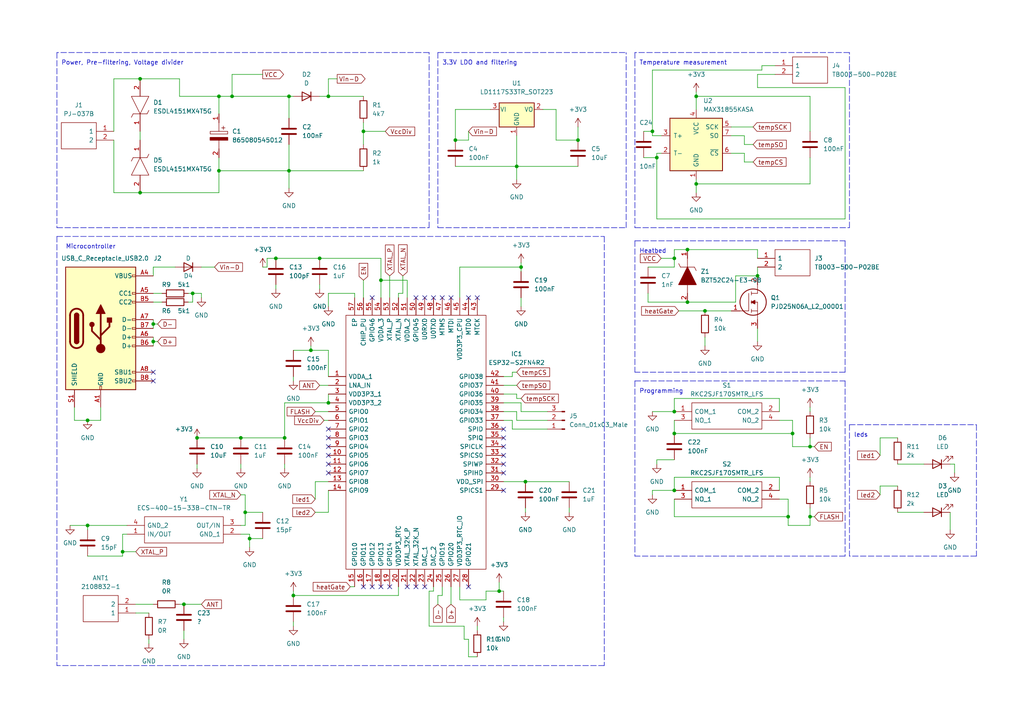
<source format=kicad_sch>
(kicad_sch (version 20211123) (generator eeschema)
  (paper "A4")
  (junction (at 229.87 125.73))
  (junction (at 35.56 160.02))
  (junction (at 105.41 38.1))
  (junction (at 71.12 148.59))
  (junction (at 57.15 127))
  (junction (at 44.45 99.06))
  (junction (at 110.49 81.28))
  (junction (at 201.93 27.94))
  (junction (at 144.78 171.45))
  (junction (at 151.13 77.47))
  (junction (at 53.34 175.26))
  (junction (at 132.08 40.64))
  (junction (at 82.55 127))
  (junction (at 80.01 74.93))
  (junction (at 40.64 55.88))
  (junction (at 190.5 45.72))
  (junction (at 83.82 49.53))
  (junction (at 63.5 27.94))
  (junction (at 25.4 152.4))
  (junction (at 195.58 142.24))
  (junction (at 149.86 48.26))
  (junction (at 195.58 74.93))
  (junction (at 199.39 87.63))
  (junction (at 228.6 149.86))
  (junction (at 44.45 93.98))
  (junction (at 152.4 139.7))
  (junction (at 63.5 49.53))
  (junction (at 72.39 156.21))
  (junction (at 83.82 27.94))
  (junction (at 234.95 149.86))
  (junction (at 95.25 116.84))
  (junction (at 204.47 90.17))
  (junction (at 55.88 85.09))
  (junction (at 201.93 53.34))
  (junction (at 95.25 27.94))
  (junction (at 67.31 27.94))
  (junction (at 90.17 101.6))
  (junction (at 40.64 22.86))
  (junction (at 219.71 80.01))
  (junction (at 167.64 40.64))
  (junction (at 195.58 119.38))
  (junction (at 195.58 125.73))
  (junction (at 85.09 172.72))
  (junction (at 199.39 72.39))
  (junction (at 69.85 127))
  (junction (at 234.95 129.54))
  (junction (at 92.71 74.93))
  (junction (at 25.4 121.92))
  (junction (at 189.23 38.1))
  (no_connect (at 135.89 170.18))
  (no_connect (at 120.65 170.18))
  (no_connect (at 118.11 170.18))
  (no_connect (at 107.95 86.36))
  (no_connect (at 135.89 86.36))
  (no_connect (at 130.81 86.36))
  (no_connect (at 128.27 86.36))
  (no_connect (at 125.73 86.36))
  (no_connect (at 123.19 86.36))
  (no_connect (at 120.65 86.36))
  (no_connect (at 138.43 86.36))
  (no_connect (at 95.25 124.46))
  (no_connect (at 95.25 127))
  (no_connect (at 95.25 129.54))
  (no_connect (at 95.25 132.08))
  (no_connect (at 95.25 134.62))
  (no_connect (at 95.25 137.16))
  (no_connect (at 110.49 170.18))
  (no_connect (at 113.03 170.18))
  (no_connect (at 123.19 170.18))
  (no_connect (at 107.95 170.18))
  (no_connect (at 105.41 170.18))
  (no_connect (at 146.05 124.46))
  (no_connect (at 146.05 127))
  (no_connect (at 146.05 129.54))
  (no_connect (at 146.05 132.08))
  (no_connect (at 146.05 134.62))
  (no_connect (at 146.05 137.16))
  (no_connect (at 146.05 142.24))
  (no_connect (at 44.45 110.49))
  (no_connect (at 44.45 107.95))
  (wire (pts (xy 133.35 86.36) (xy 133.35 77.47)))
  (wire (pts (xy 195.58 133.35) (xy 190.5 133.35)))
  (wire (pts (xy 44.45 93.98) (xy 44.45 95.25)))
  (wire (pts (xy 229.87 125.73) (xy 229.87 121.92)))
  (wire (pts (xy 110.49 81.28) (xy 110.49 74.93)))
  (wire (pts (xy 195.58 125.73) (xy 229.87 125.73)))
  (wire (pts (xy 149.86 114.3) (xy 149.86 115.57)))
  (wire (pts (xy 105.41 38.1) (xy 105.41 41.91)))
  (wire (pts (xy 58.42 85.09) (xy 58.42 86.36)))
  (wire (pts (xy 113.03 80.01) (xy 113.03 86.36)))
  (wire (pts (xy 92.71 74.93) (xy 110.49 74.93)))
  (wire (pts (xy 229.87 121.92) (xy 226.06 121.92)))
  (wire (pts (xy 63.5 45.72) (xy 63.5 49.53)))
  (wire (pts (xy 72.39 156.21) (xy 72.39 154.94)))
  (wire (pts (xy 44.45 77.47) (xy 44.45 80.01)))
  (wire (pts (xy 33.02 22.86) (xy 33.02 38.1)))
  (wire (pts (xy 54.61 87.63) (xy 55.88 87.63)))
  (wire (pts (xy 204.47 97.79) (xy 204.47 100.33)))
  (polyline (pts (xy 175.26 68.58) (xy 175.26 193.04)))
  (polyline (pts (xy 184.15 66.04) (xy 246.38 66.04)))
  (polyline (pts (xy 283.21 123.19) (xy 283.21 161.29)))
  (wire (pts (xy 35.56 154.94) (xy 36.83 154.94)))
  (wire (pts (xy 195.58 138.43) (xy 195.58 142.24)))
  (wire (pts (xy 149.86 119.38) (xy 149.86 121.92)))
  (wire (pts (xy 63.5 27.94) (xy 63.5 33.02)))
  (wire (pts (xy 133.35 173.99) (xy 140.97 173.99)))
  (wire (pts (xy 195.58 115.57) (xy 195.58 119.38)))
  (polyline (pts (xy 181.61 66.04) (xy 181.61 15.24)))
  (wire (pts (xy 234.95 129.54) (xy 236.22 129.54)))
  (wire (pts (xy 125.73 171.45) (xy 125.73 170.18)))
  (wire (pts (xy 195.58 144.78) (xy 195.58 149.86)))
  (wire (pts (xy 130.81 170.18) (xy 130.81 175.26)))
  (wire (pts (xy 72.39 158.75) (xy 72.39 156.21)))
  (wire (pts (xy 69.85 143.51) (xy 71.12 143.51)))
  (wire (pts (xy 102.87 85.09) (xy 95.25 85.09)))
  (wire (pts (xy 55.88 87.63) (xy 55.88 85.09)))
  (wire (pts (xy 219.71 72.39) (xy 219.71 74.93)))
  (wire (pts (xy 69.85 134.62) (xy 69.85 135.89)))
  (wire (pts (xy 158.75 119.38) (xy 151.13 119.38)))
  (wire (pts (xy 215.9 46.99) (xy 218.44 46.99)))
  (wire (pts (xy 149.86 111.76) (xy 146.05 111.76)))
  (wire (pts (xy 142.24 31.75) (xy 132.08 31.75)))
  (wire (pts (xy 276.86 137.16) (xy 276.86 134.62)))
  (wire (pts (xy 58.42 77.47) (xy 62.23 77.47)))
  (wire (pts (xy 190.5 133.35) (xy 190.5 134.62)))
  (wire (pts (xy 189.23 119.38) (xy 195.58 119.38)))
  (wire (pts (xy 234.95 138.43) (xy 234.95 139.7)))
  (wire (pts (xy 234.95 38.1) (xy 234.95 27.94)))
  (wire (pts (xy 146.05 139.7) (xy 152.4 139.7)))
  (wire (pts (xy 186.69 45.72) (xy 190.5 45.72)))
  (wire (pts (xy 196.85 90.17) (xy 204.47 90.17)))
  (wire (pts (xy 152.4 147.32) (xy 152.4 148.59)))
  (wire (pts (xy 80.01 82.55) (xy 80.01 83.82)))
  (wire (pts (xy 219.71 77.47) (xy 219.71 80.01)))
  (wire (pts (xy 151.13 76.2) (xy 151.13 77.47)))
  (wire (pts (xy 116.84 80.01) (xy 116.84 85.09)))
  (wire (pts (xy 33.02 55.88) (xy 40.64 55.88)))
  (wire (pts (xy 226.06 142.24) (xy 226.06 138.43)))
  (wire (pts (xy 85.09 109.22) (xy 85.09 110.49)))
  (wire (pts (xy 118.11 81.28) (xy 110.49 81.28)))
  (wire (pts (xy 44.45 87.63) (xy 46.99 87.63)))
  (polyline (pts (xy 246.38 15.24) (xy 184.15 15.24)))
  (wire (pts (xy 95.25 85.09) (xy 95.25 88.9)))
  (wire (pts (xy 190.5 63.5) (xy 245.11 63.5)))
  (wire (pts (xy 63.5 49.53) (xy 83.82 49.53)))
  (wire (pts (xy 260.35 127) (xy 255.27 127)))
  (wire (pts (xy 77.47 74.93) (xy 77.47 77.47)))
  (wire (pts (xy 234.95 53.34) (xy 234.95 45.72)))
  (wire (pts (xy 67.31 27.94) (xy 83.82 27.94)))
  (wire (pts (xy 187.96 87.63) (xy 199.39 87.63)))
  (wire (pts (xy 234.95 118.11) (xy 234.95 119.38)))
  (wire (pts (xy 25.4 161.29) (xy 35.56 161.29)))
  (polyline (pts (xy 124.46 15.24) (xy 16.51 15.24)))
  (wire (pts (xy 234.95 149.86) (xy 234.95 152.4)))
  (wire (pts (xy 234.95 147.32) (xy 234.95 149.86)))
  (wire (pts (xy 115.57 172.72) (xy 85.09 172.72)))
  (wire (pts (xy 71.12 148.59) (xy 76.2 148.59)))
  (wire (pts (xy 189.23 20.32) (xy 189.23 38.1)))
  (wire (pts (xy 69.85 127) (xy 82.55 127)))
  (wire (pts (xy 186.69 38.1) (xy 189.23 38.1)))
  (wire (pts (xy 219.71 95.25) (xy 219.71 99.06)))
  (wire (pts (xy 187.96 77.47) (xy 195.58 77.47)))
  (wire (pts (xy 151.13 77.47) (xy 151.13 78.74)))
  (wire (pts (xy 161.29 40.64) (xy 167.64 40.64)))
  (wire (pts (xy 148.59 107.95) (xy 148.59 109.22)))
  (wire (pts (xy 245.11 25.4) (xy 219.71 25.4)))
  (wire (pts (xy 135.89 185.42) (xy 134.62 185.42)))
  (wire (pts (xy 199.39 72.39) (xy 219.71 72.39)))
  (wire (pts (xy 95.25 116.84) (xy 82.55 116.84)))
  (wire (pts (xy 95.25 101.6) (xy 90.17 101.6)))
  (wire (pts (xy 165.1 147.32) (xy 165.1 148.59)))
  (wire (pts (xy 63.5 27.94) (xy 52.07 27.94)))
  (wire (pts (xy 189.23 39.37) (xy 191.77 39.37)))
  (wire (pts (xy 234.95 127) (xy 234.95 129.54)))
  (wire (pts (xy 191.77 44.45) (xy 190.5 44.45)))
  (wire (pts (xy 52.07 175.26) (xy 53.34 175.26)))
  (wire (pts (xy 82.55 116.84) (xy 82.55 127)))
  (wire (pts (xy 44.45 99.06) (xy 44.45 100.33)))
  (wire (pts (xy 224.79 21.59) (xy 219.71 21.59)))
  (wire (pts (xy 20.32 152.4) (xy 25.4 152.4)))
  (wire (pts (xy 234.95 149.86) (xy 236.22 149.86)))
  (wire (pts (xy 149.86 121.92) (xy 158.75 121.92)))
  (wire (pts (xy 115.57 170.18) (xy 115.57 172.72)))
  (wire (pts (xy 132.08 31.75) (xy 132.08 40.64)))
  (wire (pts (xy 105.41 35.56) (xy 105.41 38.1)))
  (wire (pts (xy 226.06 138.43) (xy 195.58 138.43)))
  (wire (pts (xy 219.71 21.59) (xy 219.71 25.4)))
  (wire (pts (xy 148.59 124.46) (xy 148.59 121.92)))
  (wire (pts (xy 35.56 161.29) (xy 35.56 160.02)))
  (wire (pts (xy 128.27 172.72) (xy 127 172.72)))
  (wire (pts (xy 146.05 171.45) (xy 144.78 171.45)))
  (wire (pts (xy 115.57 85.09) (xy 115.57 86.36)))
  (wire (pts (xy 83.82 34.29) (xy 83.82 27.94)))
  (wire (pts (xy 255.27 127) (xy 255.27 132.08)))
  (wire (pts (xy 33.02 40.64) (xy 33.02 55.88)))
  (wire (pts (xy 190.5 45.72) (xy 190.5 63.5)))
  (wire (pts (xy 220.98 19.05) (xy 220.98 20.32)))
  (wire (pts (xy 95.25 27.94) (xy 105.41 27.94)))
  (wire (pts (xy 76.2 21.59) (xy 67.31 21.59)))
  (wire (pts (xy 140.97 173.99) (xy 140.97 171.45)))
  (wire (pts (xy 44.45 85.09) (xy 46.99 85.09)))
  (wire (pts (xy 80.01 74.93) (xy 77.47 74.93)))
  (wire (pts (xy 21.59 121.92) (xy 25.4 121.92)))
  (polyline (pts (xy 124.46 66.04) (xy 124.46 15.24)))
  (polyline (pts (xy 16.51 66.04) (xy 124.46 66.04)))
  (wire (pts (xy 124.46 171.45) (xy 125.73 171.45)))
  (wire (pts (xy 71.12 152.4) (xy 71.12 148.59)))
  (wire (pts (xy 72.39 156.21) (xy 76.2 156.21)))
  (polyline (pts (xy 184.15 69.85) (xy 184.15 107.95)))
  (polyline (pts (xy 16.51 68.58) (xy 175.26 68.58)))
  (wire (pts (xy 195.58 72.39) (xy 199.39 72.39)))
  (wire (pts (xy 71.12 148.59) (xy 71.12 143.51)))
  (wire (pts (xy 149.86 115.57) (xy 151.13 115.57)))
  (wire (pts (xy 260.35 148.59) (xy 267.97 148.59)))
  (wire (pts (xy 228.6 149.86) (xy 228.6 152.4)))
  (wire (pts (xy 57.15 134.62) (xy 57.15 135.89)))
  (wire (pts (xy 138.43 181.61) (xy 138.43 182.88)))
  (polyline (pts (xy 245.11 107.95) (xy 184.15 107.95)))
  (wire (pts (xy 189.23 142.24) (xy 195.58 142.24)))
  (wire (pts (xy 44.45 97.79) (xy 44.45 99.06)))
  (polyline (pts (xy 127 15.24) (xy 127 66.04)))
  (wire (pts (xy 92.71 82.55) (xy 92.71 83.82)))
  (wire (pts (xy 146.05 179.07) (xy 146.05 180.34)))
  (wire (pts (xy 95.25 22.86) (xy 95.25 27.94)))
  (wire (pts (xy 40.64 22.86) (xy 33.02 22.86)))
  (polyline (pts (xy 245.11 69.85) (xy 245.11 107.95)))
  (wire (pts (xy 25.4 152.4) (xy 25.4 153.67)))
  (wire (pts (xy 135.89 38.1) (xy 135.89 40.64)))
  (wire (pts (xy 228.6 144.78) (xy 226.06 144.78)))
  (wire (pts (xy 91.44 144.78) (xy 91.44 139.7)))
  (wire (pts (xy 275.59 134.62) (xy 276.86 134.62)))
  (wire (pts (xy 212.09 44.45) (xy 215.9 44.45)))
  (wire (pts (xy 53.34 182.88) (xy 53.34 185.42)))
  (wire (pts (xy 67.31 21.59) (xy 67.31 27.94)))
  (wire (pts (xy 95.25 142.24) (xy 95.25 148.59)))
  (wire (pts (xy 85.09 180.34) (xy 85.09 181.61)))
  (wire (pts (xy 201.93 53.34) (xy 201.93 55.88)))
  (wire (pts (xy 55.88 85.09) (xy 58.42 85.09)))
  (wire (pts (xy 226.06 115.57) (xy 195.58 115.57)))
  (wire (pts (xy 144.78 168.91) (xy 144.78 171.45)))
  (wire (pts (xy 195.58 72.39) (xy 195.58 74.93)))
  (wire (pts (xy 101.6 170.18) (xy 102.87 170.18)))
  (wire (pts (xy 245.11 63.5) (xy 245.11 25.4)))
  (wire (pts (xy 127 172.72) (xy 127 175.26)))
  (wire (pts (xy 91.44 119.38) (xy 95.25 119.38)))
  (wire (pts (xy 138.43 190.5) (xy 135.89 190.5)))
  (wire (pts (xy 204.47 90.17) (xy 212.09 90.17)))
  (wire (pts (xy 80.01 74.93) (xy 92.71 74.93)))
  (wire (pts (xy 228.6 149.86) (xy 228.6 144.78)))
  (wire (pts (xy 91.44 148.59) (xy 95.25 148.59)))
  (wire (pts (xy 124.46 181.61) (xy 124.46 171.45)))
  (wire (pts (xy 54.61 85.09) (xy 55.88 85.09)))
  (wire (pts (xy 149.86 48.26) (xy 167.64 48.26)))
  (wire (pts (xy 91.44 139.7) (xy 95.25 139.7)))
  (wire (pts (xy 43.18 185.42) (xy 43.18 186.69)))
  (wire (pts (xy 151.13 86.36) (xy 151.13 88.9)))
  (wire (pts (xy 69.85 152.4) (xy 71.12 152.4)))
  (wire (pts (xy 220.98 20.32) (xy 189.23 20.32)))
  (wire (pts (xy 69.85 154.94) (xy 72.39 154.94)))
  (wire (pts (xy 219.71 80.01) (xy 213.36 80.01)))
  (wire (pts (xy 128.27 170.18) (xy 128.27 172.72)))
  (wire (pts (xy 201.93 26.67) (xy 201.93 27.94)))
  (wire (pts (xy 201.93 27.94) (xy 201.93 31.75)))
  (wire (pts (xy 116.84 85.09) (xy 115.57 85.09)))
  (wire (pts (xy 25.4 152.4) (xy 36.83 152.4)))
  (wire (pts (xy 201.93 53.34) (xy 234.95 53.34)))
  (wire (pts (xy 52.07 27.94) (xy 52.07 22.86)))
  (polyline (pts (xy 127 66.04) (xy 181.61 66.04)))
  (wire (pts (xy 82.55 134.62) (xy 82.55 135.89)))
  (wire (pts (xy 224.79 19.05) (xy 220.98 19.05)))
  (wire (pts (xy 190.5 44.45) (xy 190.5 45.72)))
  (wire (pts (xy 260.35 140.97) (xy 255.27 140.97)))
  (polyline (pts (xy 283.21 161.29) (xy 246.38 161.29)))
  (wire (pts (xy 191.77 74.93) (xy 195.58 74.93)))
  (wire (pts (xy 226.06 119.38) (xy 226.06 115.57)))
  (wire (pts (xy 151.13 116.84) (xy 146.05 116.84)))
  (polyline (pts (xy 246.38 66.04) (xy 246.38 15.24)))
  (wire (pts (xy 189.23 38.1) (xy 189.23 39.37)))
  (wire (pts (xy 195.58 149.86) (xy 228.6 149.86)))
  (wire (pts (xy 212.09 36.83) (xy 218.44 36.83)))
  (wire (pts (xy 105.41 38.1) (xy 111.76 38.1)))
  (wire (pts (xy 97.79 22.86) (xy 95.25 22.86)))
  (wire (pts (xy 92.71 27.94) (xy 95.25 27.94)))
  (wire (pts (xy 189.23 143.51) (xy 189.23 142.24)))
  (wire (pts (xy 105.41 49.53) (xy 83.82 49.53)))
  (wire (pts (xy 215.9 41.91) (xy 218.44 41.91)))
  (wire (pts (xy 229.87 129.54) (xy 229.87 125.73)))
  (wire (pts (xy 29.21 118.11) (xy 29.21 121.92)))
  (wire (pts (xy 44.45 93.98) (xy 45.72 93.98)))
  (wire (pts (xy 92.71 111.76) (xy 95.25 111.76)))
  (wire (pts (xy 212.09 39.37) (xy 215.9 39.37)))
  (wire (pts (xy 234.95 129.54) (xy 229.87 129.54)))
  (wire (pts (xy 83.82 41.91) (xy 83.82 49.53)))
  (wire (pts (xy 44.45 99.06) (xy 45.72 99.06)))
  (polyline (pts (xy 175.26 193.04) (xy 16.51 193.04)))
  (wire (pts (xy 152.4 139.7) (xy 165.1 139.7)))
  (wire (pts (xy 83.82 27.94) (xy 85.09 27.94)))
  (polyline (pts (xy 184.15 69.85) (xy 245.11 69.85)))
  (wire (pts (xy 215.9 39.37) (xy 215.9 41.91)))
  (wire (pts (xy 57.15 127) (xy 69.85 127)))
  (wire (pts (xy 161.29 31.75) (xy 161.29 40.64)))
  (wire (pts (xy 44.45 92.71) (xy 44.45 93.98)))
  (wire (pts (xy 90.17 100.33) (xy 90.17 101.6)))
  (wire (pts (xy 151.13 119.38) (xy 151.13 116.84)))
  (wire (pts (xy 95.25 114.3) (xy 95.25 116.84)))
  (wire (pts (xy 132.08 40.64) (xy 135.89 40.64)))
  (polyline (pts (xy 245.11 110.49) (xy 245.11 161.29)))
  (wire (pts (xy 199.39 87.63) (xy 213.36 87.63)))
  (wire (pts (xy 40.64 38.1) (xy 40.64 40.64)))
  (wire (pts (xy 234.95 152.4) (xy 228.6 152.4)))
  (wire (pts (xy 44.45 77.47) (xy 50.8 77.47)))
  (wire (pts (xy 52.07 22.86) (xy 40.64 22.86)))
  (wire (pts (xy 95.25 109.22) (xy 95.25 101.6)))
  (wire (pts (xy 157.48 31.75) (xy 161.29 31.75)))
  (wire (pts (xy 134.62 185.42) (xy 134.62 181.61)))
  (wire (pts (xy 53.34 175.26) (xy 58.42 175.26)))
  (wire (pts (xy 132.08 48.26) (xy 149.86 48.26)))
  (wire (pts (xy 260.35 134.62) (xy 267.97 134.62)))
  (wire (pts (xy 140.97 171.45) (xy 144.78 171.45)))
  (wire (pts (xy 40.64 55.88) (xy 63.5 55.88)))
  (wire (pts (xy 85.09 171.45) (xy 85.09 172.72)))
  (wire (pts (xy 146.05 119.38) (xy 149.86 119.38)))
  (wire (pts (xy 149.86 107.95) (xy 148.59 107.95)))
  (wire (pts (xy 133.35 170.18) (xy 133.35 173.99)))
  (polyline (pts (xy 16.51 68.58) (xy 16.51 193.04)))
  (polyline (pts (xy 16.51 15.24) (xy 16.51 66.04)))
  (wire (pts (xy 148.59 109.22) (xy 146.05 109.22)))
  (wire (pts (xy 201.93 52.07) (xy 201.93 53.34)))
  (wire (pts (xy 133.35 77.47) (xy 151.13 77.47)))
  (wire (pts (xy 21.59 118.11) (xy 21.59 121.92)))
  (wire (pts (xy 201.93 27.94) (xy 234.95 27.94)))
  (wire (pts (xy 135.89 185.42) (xy 135.89 190.5)))
  (wire (pts (xy 63.5 27.94) (xy 67.31 27.94)))
  (wire (pts (xy 110.49 81.28) (xy 110.49 86.36)))
  (wire (pts (xy 158.75 124.46) (xy 148.59 124.46)))
  (wire (pts (xy 102.87 86.36) (xy 102.87 85.09)))
  (wire (pts (xy 83.82 49.53) (xy 83.82 54.61)))
  (polyline (pts (xy 127 15.24) (xy 181.61 15.24)))
  (polyline (pts (xy 246.38 123.19) (xy 283.21 123.19)))
  (wire (pts (xy 213.36 80.01) (xy 213.36 87.63)))
  (wire (pts (xy 148.59 121.92) (xy 146.05 121.92)))
  (wire (pts (xy 146.05 114.3) (xy 149.86 114.3)))
  (wire (pts (xy 195.58 74.93) (xy 195.58 77.47)))
  (wire (pts (xy 149.86 39.37) (xy 149.86 48.26)))
  (wire (pts (xy 167.64 36.83) (xy 167.64 40.64)))
  (wire (pts (xy 39.37 175.26) (xy 44.45 175.26)))
  (wire (pts (xy 39.37 160.02) (xy 35.56 160.02)))
  (wire (pts (xy 105.41 81.28) (xy 105.41 86.36)))
  (polyline (pts (xy 184.15 110.49) (xy 184.15 161.29)))
  (wire (pts (xy 187.96 87.63) (xy 187.96 85.09)))
  (wire (pts (xy 63.5 49.53) (xy 63.5 55.88)))
  (polyline (pts (xy 184.15 15.24) (xy 184.15 66.04)))
  (wire (pts (xy 77.47 77.47) (xy 76.2 77.47)))
  (wire (pts (xy 134.62 181.61) (xy 124.46 181.61)))
  (wire (pts (xy 93.98 121.92) (xy 95.25 121.92)))
  (wire (pts (xy 255.27 140.97) (xy 255.27 143.51)))
  (wire (pts (xy 29.21 121.92) (xy 25.4 121.92)))
  (wire (pts (xy 39.37 177.8) (xy 43.18 177.8)))
  (wire (pts (xy 90.17 101.6) (xy 85.09 101.6)))
  (wire (pts (xy 215.9 44.45) (xy 215.9 46.99)))
  (polyline (pts (xy 246.38 123.19) (xy 246.38 161.29)))
  (wire (pts (xy 118.11 86.36) (xy 118.11 81.28)))
  (wire (pts (xy 35.56 160.02) (xy 35.56 154.94)))
  (wire (pts (xy 195.58 121.92) (xy 195.58 125.73)))
  (wire (pts (xy 149.86 48.26) (xy 149.86 52.07)))
  (polyline (pts (xy 245.11 161.29) (xy 184.15 161.29)))
  (wire (pts (xy 275.59 148.59) (xy 275.59 153.67)))
  (polyline (pts (xy 184.15 110.49) (xy 245.11 110.49)))
  (text "Heatbed" (at 185.42 73.66 0) (effects (font (size 1.27 1.27)) (justify left bottom)))
  (text "Temperature measurement" (at 185.42 19.05 0) (effects (font (size 1.27 1.27)) (justify left bottom)))
  (text "Power, Pre-filtering, Voltage divider" (at 17.78 19.05 0) (effects (font (size 1.27 1.27)) (justify left bottom)))
  (text "leds" (at 247.65 127 0) (effects (font (size 1.27 1.27)) (justify left bottom)))
  (text "Programming" (at 185.42 114.3 0) (effects (font (size 1.27 1.27)) (justify left bottom)))
  (text "Microcontroller" (at 19.05 72.39 0) (effects (font (size 1.27 1.27)) (justify left bottom)))
  (text "3.3V LDO and filtering" (at 128.27 19.05 0) (effects (font (size 1.27 1.27)) (justify left bottom)))
  (global_label "tempSO" (shape input) (at 218.44 41.91 0) (property "Intersheet References" "${INTERSHEET_REFS}" (effects hide)))
  (global_label "tempSCK" (shape input) (at 218.44 36.83 0) (property "Intersheet References" "${INTERSHEET_REFS}" (effects hide)))
  (global_label "led2" (shape input) (at 91.44 148.59 180) (property "Intersheet References" "${INTERSHEET_REFS}" (effects hide)))
  (global_label "D-" (shape input) (at 45.72 93.98 0) (property "Intersheet References" "${INTERSHEET_REFS}" (effects hide)))
  (global_label "led2" (shape input) (at 255.27 143.51 180) (property "Intersheet References" "${INTERSHEET_REFS}" (effects hide)))
  (global_label "VccDiv" (shape input) (at 111.76 38.1 0) (property "Intersheet References" "${INTERSHEET_REFS}" (effects hide)))
  (global_label "VCC" (shape input) (at 191.77 74.93 180) (property "Intersheet References" "${INTERSHEET_REFS}" (effects hide)))
  (global_label "VccDiv" (shape input) (at 93.98 121.92 180) (property "Intersheet References" "${INTERSHEET_REFS}" (effects hide)))
  (global_label "Vin-D" (shape input) (at 62.23 77.47 0) (property "Intersheet References" "${INTERSHEET_REFS}" (effects hide)))
  (global_label "XTAL_P" (shape input) (at 113.03 80.01 90) (property "Intersheet References" "${INTERSHEET_REFS}" (effects hide)))
  (global_label "VCC" (shape output) (at 76.2 21.59 0) (property "Intersheet References" "${INTERSHEET_REFS}" (effects hide)))
  (global_label "XTAL_N" (shape input) (at 116.84 80.01 90) (property "Intersheet References" "${INTERSHEET_REFS}" (effects hide)))
  (global_label "D+" (shape input) (at 45.72 99.06 0) (property "Intersheet References" "${INTERSHEET_REFS}" (effects hide)))
  (global_label "heatGate" (shape input) (at 101.6 170.18 180) (property "Intersheet References" "${INTERSHEET_REFS}" (effects hide)))
  (global_label "FLASH" (shape input) (at 91.44 119.38 180) (property "Intersheet References" "${INTERSHEET_REFS}" (effects hide)))
  (global_label "Vin-D" (shape input) (at 135.89 38.1 0) (property "Intersheet References" "${INTERSHEET_REFS}" (effects hide)))
  (global_label "tempCS" (shape input) (at 149.86 107.95 0) (property "Intersheet References" "${INTERSHEET_REFS}" (effects hide)))
  (global_label "tempSCK" (shape input) (at 151.13 115.57 0) (property "Intersheet References" "${INTERSHEET_REFS}" (effects hide)))
  (global_label "tempSO" (shape input) (at 149.86 111.76 0) (property "Intersheet References" "${INTERSHEET_REFS}" (effects hide)))
  (global_label "tempCS" (shape input) (at 218.44 46.99 0) (property "Intersheet References" "${INTERSHEET_REFS}" (effects hide)))
  (global_label "D+" (shape input) (at 130.81 175.26 270) (property "Intersheet References" "${INTERSHEET_REFS}" (effects hide)))
  (global_label "FLASH" (shape input) (at 236.22 149.86 0) (property "Intersheet References" "${INTERSHEET_REFS}" (effects hide)))
  (global_label "EN" (shape input) (at 236.22 129.54 0) (property "Intersheet References" "${INTERSHEET_REFS}" (effects hide)))
  (global_label "heatGate" (shape input) (at 196.85 90.17 180) (property "Intersheet References" "${INTERSHEET_REFS}" (effects hide)))
  (global_label "led1" (shape input) (at 255.27 132.08 180) (property "Intersheet References" "${INTERSHEET_REFS}" (effects hide)))
  (global_label "led1" (shape input) (at 91.44 144.78 180) (property "Intersheet References" "${INTERSHEET_REFS}" (effects hide)))
  (global_label "XTAL_P" (shape input) (at 39.37 160.02 0) (property "Intersheet References" "${INTERSHEET_REFS}" (effects hide)))
  (global_label "ANT" (shape input) (at 58.42 175.26 0) (property "Intersheet References" "${INTERSHEET_REFS}" (effects hide)))
  (global_label "D-" (shape input) (at 127 175.26 270) (property "Intersheet References" "${INTERSHEET_REFS}" (effects hide)))
  (global_label "XTAL_N" (shape input) (at 69.85 143.51 180) (property "Intersheet References" "${INTERSHEET_REFS}" (effects hide)))
  (global_label "EN" (shape input) (at 105.41 81.28 90) (property "Intersheet References" "${INTERSHEET_REFS}" (effects hide)))
  (global_label "ANT" (shape input) (at 92.71 111.76 180) (property "Intersheet References" "${INTERSHEET_REFS}" (effects hide)))
  (global_label "Vin-D" (shape output) (at 97.79 22.86 0) (property "Intersheet References" "${INTERSHEET_REFS}" (effects hide)))
  (symbol (lib_id "power:+3.3V") (at 234.95 138.43 0) (unit 1)
    (property "Reference" "#PWR0114" (effects hide))
    (property "Value" "+3.3V" (at 234.95 133.35 0))
  )
  (symbol (lib_id "Device:R") (at 105.41 45.72 0) (unit 1)
    (property "Reference" "R2" (at 107.95 44.4499 0) (effects (justify left)))
    (property "Value" "1k" (at 107.95 46.9899 0) (effects (justify left)))
    (property "Footprint" "Resistor_SMD:R_0603_1608Metric" (effects hide))
  )
  (symbol (lib_id "Device:C") (at 85.09 176.53 0) (unit 1)
    (property "Reference" "C17" (at 88.9 175.2599 0) (effects (justify left)))
    (property "Value" "100nF" (at 88.9 177.7999 0) (effects (justify left)))
    (property "Footprint" "Capacitor_SMD:C_0603_1608Metric" (effects hide))
  )
  (symbol (lib_id "power:+3.3V") (at 76.2 77.47 0) (unit 1)
    (property "Reference" "#PWR0117" (effects hide))
    (property "Value" "+3.3V" (at 76.2 72.39 0))
  )
  (symbol (lib_id "Device:R") (at 260.35 144.78 0) (unit 1)
    (property "Reference" "R12" (at 262.89 143.5099 0) (effects (justify left)))
    (property "Value" "2k" (at 262.89 146.0499 0) (effects (justify left)))
    (property "Footprint" "Resistor_SMD:R_0603_1608Metric" (effects hide))
  )
  (symbol (lib_id "power:GND") (at 201.93 55.88 0) (unit 1)
    (property "Reference" "#PWR0105" (effects hide))
    (property "Value" "GND" (at 201.93 60.96 0))
  )
  (symbol (lib_id "Device:LED") (at 271.78 148.59 180) (unit 1)
    (property "Reference" "D3" (at 273.3675 140.97 0))
    (property "Value" "LED" (at 273.3675 143.51 0))
    (property "Footprint" "Diode_SMD:D_0603_1608Metric" (effects hide))
  )
  (symbol (lib_id "power:GND") (at 204.47 100.33 0) (unit 1)
    (property "Reference" "#PWR0103" (effects hide))
    (property "Value" "GND" (at 204.47 105.41 0))
  )
  (symbol (lib_id "power:+3.3V") (at 234.95 118.11 0) (unit 1)
    (property "Reference" "#PWR0107" (effects hide))
    (property "Value" "+3.3V" (at 234.95 113.03 0))
  )
  (symbol (lib_id "Device:LED") (at 271.78 134.62 180) (unit 1)
    (property "Reference" "D6" (at 273.3675 127 0))
    (property "Value" "LED" (at 273.3675 129.54 0))
    (property "Footprint" "Diode_SMD:D_0603_1608Metric" (effects hide))
  )
  (symbol (lib_id "power:+3.3V") (at 57.15 127 0) (unit 1)
    (property "Reference" "#PWR0134" (effects hide))
    (property "Value" "+3.3V" (at 53.34 124.46 0))
  )
  (symbol (lib_id "Device:C") (at 57.15 130.81 0) (unit 1)
    (property "Reference" "C10" (at 60.96 129.5399 0) (effects (justify left)))
    (property "Value" "10uF" (at 60.96 132.0799 0) (effects (justify left)))
    (property "Footprint" "Capacitor_SMD:C_0603_1608Metric" (effects hide))
  )
  (symbol (lib_id "power:+3.3V") (at 151.13 76.2 0) (unit 1)
    (property "Reference" "#PWR0112" (effects hide))
    (property "Value" "+3.3V" (at 151.13 71.12 0))
  )
  (symbol (lib_id "power:GND") (at 151.13 88.9 0) (unit 1)
    (property "Reference" "#PWR0111" (effects hide))
    (property "Value" "GND" (at 151.13 93.98 0))
  )
  (symbol (lib_id "power:+3.3V") (at 201.93 26.67 0) (unit 1)
    (property "Reference" "#PWR0106" (effects hide))
    (property "Value" "+3.3V" (at 201.93 21.59 0))
  )
  (symbol (lib_id "library_loader:2108832-1") (at 39.37 177.8 180) (unit 1)
    (property "Reference" "ANT1" (at 29.21 167.64 0))
    (property "Value" "2108832-1" (at 29.21 170.18 0))
    (property "Footprint" "library_manager:21088321" (effects hide))
    (property "Datasheet" "https://www.te.com/commerce/DocumentDelivery/DDEController?Action=showdoc&DocId=Customer+Drawing%7F2108832-C%7FA%7Fpdf%7FEnglish%7FENG_CD_2108832-C_A.pdf%7F2108832-1" (effects hide))
    (property "Description" "Antennas Chip ant., SMD, BT/Wi-Fi 2.4GHz" (effects hide))
    (property "Height" "1.35" (effects hide))
    (property "Manufacturer_Name" "TE Connectivity" (effects hide))
    (property "Manufacturer_Part_Number" "2108832-1" (effects hide))
  )
  (symbol (lib_id "library_loader:TB003-500-P02BE") (at 219.71 74.93 0) (unit 1)
    (property "Reference" "J3" (at 236.22 74.9299 0) (effects (justify left)))
    (property "Value" "TB003-500-P02BE" (at 236.22 77.4699 0) (effects (justify left)))
    (property "Footprint" "library_manager:SHDR2W100P0X500_1X2_1000X780X1030P" (effects hide))
    (property "Datasheet" "https://datasheet.datasheetarchive.com/originals/distributors/Datasheets_SAMA/d07efe5b59076245584f142a7e2a35cb.pdf" (effects hide))
    (property "Description" "Fixed Terminal Blocks screw type, 5.00 , horizontal, 2 poles, CUI Blue, Philip\\'s head screw, PCB mount" (effects hide))
    (property "Height" "10.3" (effects hide))
    (property "Mouser Part Number" "490-TB003-500-P02BE" (effects hide))
    (property "Mouser Price/Stock" "https://www.mouser.co.uk/ProductDetail/CUI-Devices/TB003-500-P02BE?qs=vLWxofP3U2yAT9CFQJ%2FCaw%3D%3D" (effects hide))
    (property "Manufacturer_Name" "CUI Inc." (effects hide))
    (property "Manufacturer_Part_Number" "TB003-500-P02BE" (effects hide))
  )
  (symbol (lib_id "Device:C") (at 25.4 157.48 0) (unit 1)
    (property "Reference" "C9" (at 29.21 156.2099 0) (effects (justify left)))
    (property "Value" "15pF" (at 29.21 158.7499 0) (effects (justify left)))
    (property "Footprint" "Capacitor_SMD:C_0603_1608Metric" (effects hide))
  )
  (symbol (lib_id "power:GND") (at 69.85 135.89 0) (unit 1)
    (property "Reference" "#PWR0127" (effects hide))
    (property "Value" "GND" (at 69.85 140.97 0))
  )
  (symbol (lib_id "power:+3.3V") (at 144.78 168.91 0) (unit 1)
    (property "Reference" "#PWR0119" (effects hide))
    (property "Value" "+3.3V" (at 144.78 163.83 0))
  )
  (symbol (lib_id "power:+3.3V") (at 90.17 100.33 0) (unit 1)
    (property "Reference" "#PWR0124" (effects hide))
    (property "Value" "+3.3V" (at 90.17 95.25 0))
  )
  (symbol (lib_id "power:+3.3V") (at 138.43 181.61 0) (unit 1)
    (property "Reference" "#PWR0138" (effects hide))
    (property "Value" "+3.3V" (at 138.43 176.53 0))
  )
  (symbol (lib_id "Device:R") (at 260.35 130.81 0) (unit 1)
    (property "Reference" "R11" (at 262.89 129.5399 0) (effects (justify left)))
    (property "Value" "2k" (at 262.89 132.0799 0) (effects (justify left)))
    (property "Footprint" "Resistor_SMD:R_0603_1608Metric" (effects hide))
  )
  (symbol (lib_id "Device:R") (at 48.26 175.26 90) (unit 1)
    (property "Reference" "R8" (at 48.26 168.91 90))
    (property "Value" "0R" (at 48.26 171.45 90))
    (property "Footprint" "Resistor_SMD:R_0603_1608Metric" (effects hide))
  )
  (symbol (lib_id "Device:C") (at 167.64 44.45 0) (unit 1)
    (property "Reference" "C5" (at 171.45 43.1799 0) (effects (justify left)))
    (property "Value" "10uF" (at 171.45 45.7199 0) (effects (justify left)))
    (property "Footprint" "Capacitor_SMD:C_0603_1608Metric" (effects hide))
  )
  (symbol (lib_id "power:+3.3V") (at 167.64 36.83 0) (unit 1)
    (property "Reference" "#PWR0102" (effects hide))
    (property "Value" "+3.3V" (at 167.64 31.75 0))
  )
  (symbol (lib_id "power:GND") (at 146.05 180.34 0) (unit 1)
    (property "Reference" "#PWR0118" (effects hide))
    (property "Value" "GND" (at 146.05 185.42 0))
  )
  (symbol (lib_id "power:GND") (at 85.09 181.61 0) (unit 1)
    (property "Reference" "#PWR0132" (effects hide))
    (property "Value" "GND" (at 85.09 186.69 0))
  )
  (symbol (lib_id "library_loader:ESDL4151MX4T5G") (at 40.64 40.64 270) (unit 1)
    (property "Reference" "D5" (at 44.45 46.4819 90) (effects (justify left)))
    (property "Value" "ESDL4151MX4T5G" (at 44.45 49.0219 90) (effects (justify left)))
    (property "Footprint" "library_manager:ESDL4151MX4T5G" (effects hide))
    (property "Datasheet" "https://datasheet.datasheetarchive.com/originals/distributors/Datasheets_SAMA/2daa881938a2a042303b579c13365c92.pdf" (effects hide))
    (property "Description" "ESD Suppressors / TVS Diodes 15 V BIDIRECTIONAL" (effects hide))
    (property "Height" "0.26" (effects hide))
    (property "Mouser Part Number" "863-ESDL4151MX4T5G" (effects hide))
    (property "Mouser Price/Stock" "https://www.mouser.co.uk/ProductDetail/onsemi/ESDL4151MX4T5G?qs=%252B6g0mu59x7JdVEFzIQfIgg%3D%3D" (effects hide))
    (property "Manufacturer_Name" "ON Semiconductor" (effects hide))
    (property "Manufacturer_Part_Number" "ESDL4151MX4T5G" (effects hide))
  )
  (symbol (lib_id "Device:C") (at 85.09 105.41 0) (unit 1)
    (property "Reference" "C15" (at 88.9 104.1399 0) (effects (justify left)))
    (property "Value" "100nF" (at 88.9 106.6799 0) (effects (justify left)))
    (property "Footprint" "Capacitor_SMD:C_0603_1608Metric" (effects hide))
  )
  (symbol (lib_id "Device:C") (at 187.96 81.28 0) (unit 1)
    (property "Reference" "C7" (at 191.77 80.0099 0) (effects (justify left)))
    (property "Value" "1nF" (at 191.77 82.5499 0) (effects (justify left)))
    (property "Footprint" "Capacitor_SMD:C_0805_2012Metric" (effects hide))
  )
  (symbol (lib_id "Device:C") (at 152.4 143.51 0) (unit 1)
    (property "Reference" "C20" (at 156.21 142.2399 0) (effects (justify left)))
    (property "Value" "100nF" (at 156.21 144.7799 0) (effects (justify left)))
    (property "Footprint" "Capacitor_SMD:C_0603_1608Metric" (effects hide))
  )
  (symbol (lib_id "library_loader:ECS-400-15-33B-CTN-TR") (at 36.83 152.4 0) (unit 1)
    (property "Reference" "Y1" (at 53.34 144.78 0))
    (property "Value" "ECS-400-15-33B-CTN-TR" (at 53.34 147.32 0))
    (property "Footprint" "library_manager:ECS2501033BCKMTR" (effects hide))
    (property "Datasheet" "https://www.arrow.com/en/products/ecs-400-15-33b-ctn-tr/ecs-international" (effects hide))
    (property "Description" "Crystals 40MHz 10ppm 15pF -40C +85C" (effects hide))
    (property "Height" "0.8" (effects hide))
    (property "Mouser Part Number" "520-400-15-33B-CTNT" (effects hide))
    (property "Mouser Price/Stock" "https://www.mouser.co.uk/ProductDetail/ECS/ECS-400-15-33B-CTN-TR/?qs=wd5RIQLrsJjBlddaPXWePw%3D%3D" (effects hide))
    (property "Manufacturer_Name" "ECS" (effects hide))
    (property "Manufacturer_Part_Number" "ECS-400-15-33B-CTN-TR" (effects hide))
  )
  (symbol (lib_id "Device:C") (at 82.55 130.81 0) (unit 1)
    (property "Reference" "C14" (at 86.36 129.5399 0) (effects (justify left)))
    (property "Value" "100nF" (at 86.36 132.0799 0) (effects (justify left)))
    (property "Footprint" "Capacitor_SMD:C_0603_1608Metric" (effects hide))
  )
  (symbol (lib_id "Device:C") (at 83.82 38.1 0) (unit 1)
    (property "Reference" "C2" (at 87.63 36.8299 0) (effects (justify left)))
    (property "Value" "100nF" (at 87.63 39.3699 0) (effects (justify left)))
    (property "Footprint" "Capacitor_SMD:C_0603_1608Metric" (effects hide))
  )
  (symbol (lib_id "library_loader:PJD25N06A_L2_00001") (at 212.09 90.17 0) (unit 1)
    (property "Reference" "Q1" (at 223.52 86.3599 0) (effects (justify left)))
    (property "Value" "PJD25N06A_L2_00001" (at 223.52 88.8999 0) (effects (justify left)))
    (property "Footprint" "library_manager:PJD25N06A_L2_00001" (effects hide))
    (property "Datasheet" "https://www.panjit.com.tw/upload/datasheet/PJD25N06A.pdf" (effects hide))
    (property "Description" "MOSFET 60V N-Channel Enhancement Mode MOSFET" (effects hide))
    (property "Height" "2.39" (effects hide))
    (property "Mouser Part Number" "241-PJD25N06AL200001" (effects hide))
    (property "Mouser Price/Stock" "https://www.mouser.co.uk/ProductDetail/Panjit/PJD25N06A_L2_00001?qs=sPbYRqrBIVnbUMn0QxyuWw%3D%3D" (effects hide))
    (property "Manufacturer_Name" "PANJIT" (effects hide))
    (property "Manufacturer_Part_Number" "PJD25N06A_L2_00001" (effects hide))
  )
  (symbol (lib_id "Device:C") (at 186.69 41.91 0) (unit 1)
    (property "Reference" "C24" (at 185.42 35.56 0) (effects (justify left)))
    (property "Value" "10nF" (at 185.42 48.26 0) (effects (justify left)))
    (property "Footprint" "Capacitor_SMD:C_0603_1608Metric" (effects hide))
  )
  (symbol (lib_id "Device:R") (at 50.8 85.09 90) (unit 1)
    (property "Reference" "R9" (at 48.26 82.55 90))
    (property "Value" "5k1" (at 53.34 82.55 90))
    (property "Footprint" "Resistor_SMD:R_0603_1608Metric" (effects hide))
  )
  (symbol (lib_id "power:GND") (at 190.5 134.62 0) (unit 1)
    (property "Reference" "#PWR0113" (effects hide))
    (property "Value" "GND" (at 190.5 139.7 0))
  )
  (symbol (lib_id "library_loader:865080545012") (at 63.5 33.02 270) (unit 1)
    (property "Reference" "C1" (at 67.31 38.0999 90) (effects (justify left)))
    (property "Value" "865080545012" (at 67.31 40.6399 90) (effects (justify left)))
    (property "Footprint" "library_manager:CAPAE660X770N" (effects hide))
    (property "Datasheet" "http://katalog.we-online.de/pbs/datasheet/865080545012.pdf" (effects hide))
    (property "Description" "Wurth Elektronik 100uF 35 V dc Aluminium Electrolytic Capacitor, WCAP-ASLI Series 2000h 6.3 (Dia.) x 7.55mm" (effects hide))
    (property "Height" "7.7" (effects hide))
    (property "Mouser Part Number" "710-865080545012" (effects hide))
    (property "Mouser Price/Stock" "https://www.mouser.co.uk/ProductDetail/Wurth-Elektronik/865080545012?qs=0KOYDY2FL297tvB6LOdg5A%3D%3D" (effects hide))
    (property "Manufacturer_Name" "Wurth Elektronik" (effects hide))
    (property "Manufacturer_Part_Number" "865080545012" (effects hide))
  )
  (symbol (lib_id "Device:C") (at 132.08 44.45 0) (unit 1)
    (property "Reference" "C4" (at 135.89 43.1799 0) (effects (justify left)))
    (property "Value" "100nF" (at 135.89 45.7199 0) (effects (justify left)))
    (property "Footprint" "Capacitor_SMD:C_0603_1608Metric" (effects hide))
  )
  (symbol (lib_id "power:GND") (at 80.01 83.82 0) (unit 1)
    (property "Reference" "#PWR0122" (effects hide))
    (property "Value" "GND" (at 80.01 88.9 0))
  )
  (symbol (lib_id "power:GND") (at 43.18 186.69 0) (unit 1)
    (property "Reference" "#PWR0136" (effects hide))
    (property "Value" "GND" (at 43.18 191.77 0))
  )
  (symbol (lib_id "library_loader:ESDL4151MX4T5G") (at 40.64 38.1 90) (unit 1)
    (property "Reference" "D1" (at 44.45 29.7179 90) (effects (justify right)))
    (property "Value" "ESDL4151MX4T5G" (at 44.45 32.2579 90) (effects (justify right)))
    (property "Footprint" "library_manager:ESDL4151MX4T5G" (effects hide))
    (property "Datasheet" "https://datasheet.datasheetarchive.com/originals/distributors/Datasheets_SAMA/2daa881938a2a042303b579c13365c92.pdf" (effects hide))
    (property "Description" "ESD Suppressors / TVS Diodes 15 V BIDIRECTIONAL" (effects hide))
    (property "Height" "0.26" (effects hide))
    (property "Mouser Part Number" "863-ESDL4151MX4T5G" (effects hide))
    (property "Mouser Price/Stock" "https://www.mouser.co.uk/ProductDetail/onsemi/ESDL4151MX4T5G?qs=%252B6g0mu59x7JdVEFzIQfIgg%3D%3D" (effects hide))
    (property "Manufacturer_Name" "ON Semiconductor" (effects hide))
    (property "Manufacturer_Part_Number" "ESDL4151MX4T5G" (effects hide))
  )
  (symbol (lib_id "power:GND") (at 20.32 152.4 0) (unit 1)
    (property "Reference" "#PWR0137" (effects hide))
    (property "Value" "GND" (at 20.32 157.48 0))
  )
  (symbol (lib_id "power:GND") (at 72.39 158.75 0) (unit 1)
    (property "Reference" "#PWR0131" (effects hide))
    (property "Value" "GND" (at 72.39 163.83 0))
  )
  (symbol (lib_id "Device:D") (at 88.9 27.94 180) (unit 1)
    (property "Reference" "D2" (at 88.9 21.59 0))
    (property "Value" "D" (at 88.9 24.13 0))
    (property "Footprint" "Diode_SMD:D_SOD-123" (effects hide))
  )
  (symbol (lib_id "library_loader:RKC2SJF170SMTR_LFS") (at 195.58 119.38 0) (unit 1)
    (property "Reference" "S1" (at 210.82 111.76 0))
    (property "Value" "RKC2SJF170SMTR_LFS" (at 210.82 114.3 0))
    (property "Footprint" "library_manager:RKC2SJF170SMTRLFS" (effects hide))
    (property "Datasheet" "https://www.ckswitches.com/media/3470/ck_rkc2_datasheet.pdf" (effects hide))
    (property "Description" "Tactile Switches" (effects hide))
    (property "Height" "1.9" (effects hide))
    (property "Mouser Part Number" "611-RKC2SJF170SMRLFS" (effects hide))
    (property "Mouser Price/Stock" "https://www.mouser.co.uk/ProductDetail/CK/RKC2SJF170SMTR-LFS?qs=XAiT9M5g4x%252BRRI9derenng%3D%3D" (effects hide))
    (property "Manufacturer_Name" "C & K COMPONENTS" (effects hide))
    (property "Manufacturer_Part_Number" "RKC2SJF170SMTR LFS" (effects hide))
  )
  (symbol (lib_id "power:GND") (at 82.55 135.89 0) (unit 1)
    (property "Reference" "#PWR0128" (effects hide))
    (property "Value" "GND" (at 82.55 140.97 0))
  )
  (symbol (lib_id "Device:C") (at 80.01 78.74 0) (unit 1)
    (property "Reference" "C13" (at 83.82 77.4699 0) (effects (justify left)))
    (property "Value" "100pF" (at 83.82 80.0099 0) (effects (justify left)))
    (property "Footprint" "Capacitor_SMD:C_0603_1608Metric" (effects hide))
  )
  (symbol (lib_id "power:GND") (at 189.23 119.38 0) (unit 1)
    (property "Reference" "#PWR0109" (effects hide))
    (property "Value" "GND" (at 189.23 124.46 0))
  )
  (symbol (lib_id "Device:D") (at 54.61 77.47 180) (unit 1)
    (property "Reference" "D4" (at 54.61 80.01 0))
    (property "Value" "D" (at 54.61 74.93 0))
    (property "Footprint" "Diode_SMD:D_SOD-123" (effects hide))
  )
  (symbol (lib_id "library_loader:BZT52C24-E3-08") (at 199.39 72.39 270) (unit 1)
    (property "Reference" "Z1" (at 203.2 78.7399 90) (effects (justify left)))
    (property "Value" "BZT52C24-E3-08" (at 203.2 81.2799 90) (effects (justify left)))
    (property "Footprint" "library_manager:BZT52C24E308" (effects hide))
    (property "Datasheet" "https://componentsearchengine.com/Datasheets/1/BZT52C24-E3-08.pdf" (effects hide))
    (property "Description" "Diode Zener Single 24V 6% 500mW 2-Pin SOD-123 T/R" (effects hide))
    (property "Height" "1.35" (effects hide))
    (property "Mouser Part Number" "78-BZT52C24-E3-08" (effects hide))
    (property "Mouser Price/Stock" "https://www.mouser.com/Search/Refine.aspx?Keyword=78-BZT52C24-E3-08" (effects hide))
    (property "Manufacturer_Name" "Vishay" (effects hide))
    (property "Manufacturer_Part_Number" "BZT52C24-E3-08" (effects hide))
  )
  (symbol (lib_id "power:GND") (at 275.59 153.67 0) (unit 1)
    (property "Reference" "#PWR0139" (effects hide))
    (property "Value" "GND" (at 275.59 158.75 0))
  )
  (symbol (lib_id "power:GND") (at 25.4 121.92 0) (unit 1)
    (property "Reference" "#PWR0120" (effects hide))
    (property "Value" "GND" (at 25.4 127 0))
  )
  (symbol (lib_id "library_loader:PJ-037B") (at 33.02 40.64 180) (unit 1)
    (property "Reference" "J1" (at 22.86 30.48 0))
    (property "Value" "PJ-037B" (at 22.86 33.02 0))
    (property "Footprint" "library_manager:PJ037B" (effects hide))
    (property "Datasheet" "https://www.cui.com/product/resource/digikeypdf/pj-037b.pdf" (effects hide))
    (property "Description" "DC Power Connectors Power Jacks" (effects hide))
    (property "Height" "11.2" (effects hide))
    (property "Mouser Part Number" "490-PJ-037B" (effects hide))
    (property "Mouser Price/Stock" "https://www.mouser.co.uk/ProductDetail/CUI-Devices/PJ-037B?qs=WyjlAZoYn51Mb9mVo2Wh7A%3D%3D" (effects hide))
    (property "Manufacturer_Name" "CUI Inc." (effects hide))
    (property "Manufacturer_Part_Number" "PJ-037B" (effects hide))
  )
  (symbol (lib_id "Device:C") (at 146.05 175.26 0) (unit 1)
    (property "Reference" "C18" (at 149.86 173.9899 0) (effects (justify left)))
    (property "Value" "100nF" (at 149.86 176.5299 0) (effects (justify left)))
    (property "Footprint" "Capacitor_SMD:C_0603_1608Metric" (effects hide))
  )
  (symbol (lib_id "power:GND") (at 219.71 99.06 0) (unit 1)
    (property "Reference" "#PWR0110" (effects hide))
    (property "Value" "GND" (at 219.71 104.14 0))
  )
  (symbol (lib_id "Device:R") (at 50.8 87.63 270) (unit 1)
    (property "Reference" "R6" (at 48.26 90.17 90))
    (property "Value" "5k1" (at 53.34 90.17 90))
    (property "Footprint" "Resistor_SMD:R_0603_1608Metric" (effects hide))
  )
  (symbol (lib_id "library_loader:RKC2SJF170SMTR_LFS") (at 195.58 142.24 0) (unit 1)
    (property "Reference" "S2" (at 210.82 134.62 0))
    (property "Value" "RKC2SJF170SMTR_LFS" (at 210.82 137.16 0))
    (property "Footprint" "library_manager:RKC2SJF170SMTRLFS" (effects hide))
    (property "Datasheet" "https://www.ckswitches.com/media/3470/ck_rkc2_datasheet.pdf" (effects hide))
    (property "Description" "Tactile Switches" (effects hide))
    (property "Height" "1.9" (effects hide))
    (property "Mouser Part Number" "611-RKC2SJF170SMRLFS" (effects hide))
    (property "Mouser Price/Stock" "https://www.mouser.co.uk/ProductDetail/CK/RKC2SJF170SMTR-LFS?qs=XAiT9M5g4x%252BRRI9derenng%3D%3D" (effects hide))
    (property "Manufacturer_Name" "C & K COMPONENTS" (effects hide))
    (property "Manufacturer_Part_Number" "RKC2SJF170SMTR LFS" (effects hide))
  )
  (symbol (lib_id "power:GND") (at 95.25 88.9 0) (unit 1)
    (property "Reference" "#PWR0123" (effects hide))
    (property "Value" "GND" (at 95.25 93.98 0))
  )
  (symbol (lib_id "Device:R") (at 234.95 143.51 0) (unit 1)
    (property "Reference" "R5" (at 237.49 142.2399 0) (effects (justify left)))
    (property "Value" "10k" (at 237.49 144.7799 0) (effects (justify left)))
    (property "Footprint" "Resistor_SMD:R_0603_1608Metric" (effects hide))
  )
  (symbol (lib_id "power:GND") (at 189.23 143.51 0) (unit 1)
    (property "Reference" "#PWR0108" (effects hide))
    (property "Value" "GND" (at 189.23 148.59 0))
  )
  (symbol (lib_id "Device:C") (at 92.71 78.74 0) (unit 1)
    (property "Reference" "C16" (at 96.52 77.4699 0) (effects (justify left)))
    (property "Value" "1uF" (at 96.52 80.0099 0) (effects (justify left)))
    (property "Footprint" "Capacitor_SMD:C_0603_1608Metric" (effects hide))
  )
  (symbol (lib_id "power:GND") (at 85.09 110.49 0) (unit 1)
    (property "Reference" "#PWR0135" (effects hide))
    (property "Value" "GND" (at 85.09 115.57 0))
  )
  (symbol (lib_id "power:GND") (at 149.86 52.07 0) (unit 1)
    (property "Reference" "#PWR0101" (effects hide))
    (property "Value" "GND" (at 149.86 57.15 0))
  )
  (symbol (lib_id "Connector:USB_C_Receptacle_USB2.0") (at 29.21 95.25 0) (unit 1)
    (property "Reference" "J2" (at 45.72 74.93 0))
    (property "Value" "USB_C_Receptacle_USB2.0" (at 30.48 74.93 0))
    (property "Footprint" "library_manager:TYPE-C-31-M-12" (effects hide))
    (property "Datasheet" "https://www.usb.org/sites/default/files/documents/usb_type-c.zip" (effects hide))
  )
  (symbol (lib_id "Connector:Conn_01x03_Male") (at 163.83 121.92 180) (unit 1)
    (property "Reference" "J5" (at 165.1 120.6499 0) (effects (justify right)))
    (property "Value" "Conn_01x03_Male" (at 165.1 123.1899 0) (effects (justify right)))
    (property "Footprint" "Connector_PinHeader_2.54mm:PinHeader_1x03_P2.54mm_Vertical" (effects hide))
  )
  (symbol (lib_id "power:GND") (at 92.71 83.82 0) (unit 1)
    (property "Reference" "#PWR0126" (effects hide))
    (property "Value" "GND" (at 92.71 88.9 0))
  )
  (symbol (lib_id "power:GND") (at 165.1 148.59 0) (unit 1)
    (property "Reference" "#PWR0116" (effects hide))
    (property "Value" "GND" (at 165.1 153.67 0))
  )
  (symbol (lib_id "Device:R") (at 105.41 31.75 0) (unit 1)
    (property "Reference" "R1" (at 107.95 30.4799 0) (effects (justify left)))
    (property "Value" "4k7" (at 107.95 33.0199 0) (effects (justify left)))
    (property "Footprint" "Resistor_SMD:R_0603_1608Metric" (effects hide))
  )
  (symbol (lib_id "Device:C") (at 151.13 82.55 0) (unit 1)
    (property "Reference" "C19" (at 154.94 81.2799 0) (effects (justify left)))
    (property "Value" "100nF" (at 154.94 83.8199 0) (effects (justify left)))
    (property "Footprint" "Capacitor_SMD:C_0603_1608Metric" (effects hide))
  )
  (symbol (lib_id "Device:R") (at 234.95 123.19 0) (unit 1)
    (property "Reference" "R3" (at 237.49 121.9199 0) (effects (justify left)))
    (property "Value" "10k" (at 237.49 124.4599 0) (effects (justify left)))
    (property "Footprint" "Resistor_SMD:R_0603_1608Metric" (effects hide))
  )
  (symbol (lib_id "library_loader:ESP32-S2FN4R2") (at 95.25 109.22 0) (unit 1)
    (property "Reference" "IC1" (at 149.86 102.6412 0))
    (property "Value" "ESP32-S2FN4R2" (at 149.86 105.1812 0))
    (property "Footprint" "library_manager:QFN40P700X700X90-57N-D" (effects hide))
    (property "Datasheet" "https://www.espressif.com/sites/default/files/documentation/esp32-s2_datasheet_en.pdf" (effects hide))
    (property "Description" "SMD WI-FI IC, SINGLE-CORE MCU" (effects hide))
    (property "Height" "0.9" (effects hide))
    (property "Mouser Part Number" "356-ESP32-S2FN4R2" (effects hide))
    (property "Mouser Price/Stock" "https://www.mouser.co.uk/ProductDetail/Espressif-Systems/ESP32-S2FN4R2?qs=pUKx8fyJudDnZ43tIkHUCQ%3D%3D" (effects hide))
    (property "Manufacturer_Name" "Espressif Systems" (effects hide))
    (property "Manufacturer_Part_Number" "ESP32-S2FN4R2" (effects hide))
  )
  (symbol (lib_id "power:GND") (at 58.42 86.36 0) (unit 1)
    (property "Reference" "#PWR0125" (effects hide))
    (property "Value" "GND" (at 58.42 91.44 0))
  )
  (symbol (lib_id "Device:C") (at 69.85 130.81 0) (unit 1)
    (property "Reference" "C11" (at 73.66 129.5399 0) (effects (justify left)))
    (property "Value" "1uF" (at 73.66 132.0799 0) (effects (justify left)))
    (property "Footprint" "Capacitor_SMD:C_0603_1608Metric" (effects hide))
  )
  (symbol (lib_id "Device:R") (at 138.43 186.69 0) (unit 1)
    (property "Reference" "R10" (at 140.97 185.4199 0) (effects (justify left)))
    (property "Value" "10k" (at 140.97 187.9599 0) (effects (justify left)))
    (property "Footprint" "Resistor_SMD:R_0603_1608Metric" (effects hide))
  )
  (symbol (lib_id "power:GND") (at 276.86 137.16 0) (unit 1)
    (property "Reference" "#PWR0140" (effects hide))
    (property "Value" "GND" (at 276.86 142.24 0))
  )
  (symbol (lib_id "power:GND") (at 57.15 135.89 0) (unit 1)
    (property "Reference" "#PWR0129" (effects hide))
    (property "Value" "GND" (at 57.15 140.97 0))
  )
  (symbol (lib_id "power:GND") (at 53.34 185.42 0) (unit 1)
    (property "Reference" "#PWR01" (effects hide))
    (property "Value" "GND" (at 53.34 190.5 0))
  )
  (symbol (lib_id "Device:R") (at 204.47 93.98 0) (unit 1)
    (property "Reference" "R4" (at 207.01 92.7099 0) (effects (justify left)))
    (property "Value" "10k" (at 207.01 95.2499 0) (effects (justify left)))
    (property "Footprint" "Resistor_SMD:R_0603_1608Metric" (effects hide))
  )
  (symbol (lib_id "Device:C") (at 234.95 41.91 0) (unit 1)
    (property "Reference" "C8" (at 238.76 40.6399 0) (effects (justify left)))
    (property "Value" "100nF" (at 238.76 43.1799 0) (effects (justify left)))
    (property "Footprint" "Capacitor_SMD:C_0603_1608Metric" (effects hide))
  )
  (symbol (lib_id "Device:C") (at 53.34 179.07 0) (unit 1)
    (property "Reference" "C23" (at 57.15 177.7999 0) (effects (justify left)))
    (property "Value" "?" (at 57.15 180.3399 0) (effects (justify left)))
    (property "Footprint" "Capacitor_SMD:C_0603_1608Metric" (effects hide))
  )
  (symbol (lib_id "power:GND") (at 152.4 148.59 0) (unit 1)
    (property "Reference" "#PWR0115" (effects hide))
    (property "Value" "GND" (at 152.4 153.67 0))
  )
  (symbol (lib_id "Regulator_Linear:LD1117S33TR_SOT223") (at 149.86 31.75 0) (unit 1)
    (property "Reference" "U1" (at 149.86 24.13 0))
    (property "Value" "LD1117S33TR_SOT223" (at 149.86 26.67 0))
    (property "Footprint" "Package_TO_SOT_SMD:SOT-223-3_TabPin2" (effects hide))
    (property "Datasheet" "http://www.st.com/st-web-ui/static/active/en/resource/technical/document/datasheet/CD00000544.pdf" (effects hide))
  )
  (symbol (lib_id "Device:C") (at 195.58 129.54 0) (unit 1)
    (property "Reference" "C22" (at 199.39 128.2699 0) (effects (justify left)))
    (property "Value" "100nF" (at 199.39 130.8099 0) (effects (justify left)))
    (property "Footprint" "Capacitor_SMD:C_0603_1608Metric" (effects hide))
  )
  (symbol (lib_id "power:GND") (at 83.82 54.61 0) (unit 1)
    (property "Reference" "#PWR0104" (effects hide))
    (property "Value" "GND" (at 83.82 59.69 0))
  )
  (symbol (lib_id "Device:C") (at 76.2 152.4 0) (unit 1)
    (property "Reference" "C12" (at 80.01 151.1299 0) (effects (justify left)))
    (property "Value" "15pF" (at 80.01 153.6699 0) (effects (justify left)))
    (property "Footprint" "Capacitor_SMD:C_0603_1608Metric" (effects hide))
  )
  (symbol (lib_id "Sensor_Temperature:MAX31855KASA") (at 201.93 41.91 0) (unit 1)
    (property "Reference" "U2" (at 203.9494 29.21 0) (effects (justify left)))
    (property "Value" "MAX31855KASA" (at 203.9494 31.75 0) (effects (justify left)))
    (property "Footprint" "Package_SO:SOIC-8_3.9x4.9mm_P1.27mm" (effects hide))
    (property "Datasheet" "http://datasheets.maximintegrated.com/en/ds/MAX31855.pdf" (effects hide))
  )
  (symbol (lib_id "library_loader:TB003-500-P02BE") (at 224.79 19.05 0) (unit 1)
    (property "Reference" "J4" (at 241.3 19.0499 0) (effects (justify left)))
    (property "Value" "TB003-500-P02BE" (at 241.3 21.5899 0) (effects (justify left)))
    (property "Footprint" "library_manager:SHDR2W100P0X500_1X2_1000X780X1030P" (effects hide))
    (property "Datasheet" "https://datasheet.datasheetarchive.com/originals/distributors/Datasheets_SAMA/d07efe5b59076245584f142a7e2a35cb.pdf" (effects hide))
    (property "Description" "Fixed Terminal Blocks screw type, 5.00 , horizontal, 2 poles, CUI Blue, Philip\\'s head screw, PCB mount" (effects hide))
    (property "Height" "10.3" (effects hide))
    (property "Mouser Part Number" "490-TB003-500-P02BE" (effects hide))
    (property "Mouser Price/Stock" "https://www.mouser.co.uk/ProductDetail/CUI-Devices/TB003-500-P02BE?qs=vLWxofP3U2yAT9CFQJ%2FCaw%3D%3D" (effects hide))
    (property "Manufacturer_Name" "CUI Inc." (effects hide))
    (property "Manufacturer_Part_Number" "TB003-500-P02BE" (effects hide))
  )
  (symbol (lib_id "Device:R") (at 43.18 181.61 0) (unit 1)
    (property "Reference" "R7" (at 45.72 180.3399 0) (effects (justify left)))
    (property "Value" "0R" (at 45.72 182.8799 0) (effects (justify left)))
    (property "Footprint" "Resistor_SMD:R_0603_1608Metric" (effects hide))
  )
  (symbol (lib_id "power:+3.3V") (at 85.09 171.45 0) (unit 1)
    (property "Reference" "#PWR0130" (effects hide))
    (property "Value" "+3.3V" (at 85.09 166.37 0))
  )
  (symbol (lib_id "Device:C") (at 165.1 143.51 0) (unit 1)
    (property "Reference" "C21" (at 168.91 142.2399 0) (effects (justify left)))
    (property "Value" "1uF" (at 168.91 144.7799 0) (effects (justify left)))
    (property "Footprint" "Capacitor_SMD:C_0603_1608Metric" (effects hide))
  )
)
</source>
